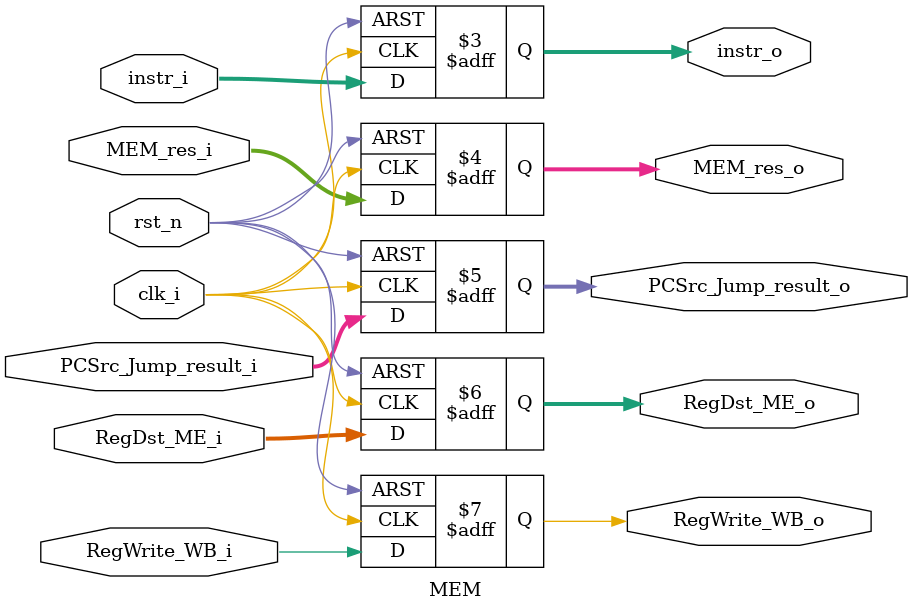
<source format=v>
module MEM( clk_i, rst_n, instr_i, instr_o , MEM_res_i , MEM_res_o , PCSrc_Jump_result_i , PCSrc_Jump_result_o , RegDst_ME_i , RegDst_ME_o ,
			RegWrite_WB_i , RegWrite_WB_o );
     
//I/O ports
input           clk_i;
input	        rst_n;
input  [32-1:0] instr_i;
input  [31:0] MEM_res_i;
input  [31:0] PCSrc_Jump_result_i ;
input  [1:0] RegDst_ME_i ;
input  RegWrite_WB_i ;

output [32-1:0] instr_o;
output [31:0] MEM_res_o;
output [31:0] PCSrc_Jump_result_o ;
output [1:0] RegDst_ME_o ;
output RegWrite_WB_o ;
 
//Internal Signals
reg    [32-1:0] instr_o;
reg		[31:0] MEM_res_o ;
reg		[31:0] PCSrc_Jump_result_o ;
reg 	[1:0] RegDst_ME_o ;
reg		RegWrite_WB_o ;


//Main function
always @(posedge clk_i or negedge rst_n) begin
    if(~rst_n)begin
	    instr_o <= 0;
		MEM_res_o <= 0;
		PCSrc_Jump_result_o <= 0 ;
		RegDst_ME_o <= 0;
		RegWrite_WB_o <= 0 ;
		end
	else
		begin
			instr_o <= instr_i;
			MEM_res_o <= MEM_res_i ;
			PCSrc_Jump_result_o <= PCSrc_Jump_result_i ; 
			RegDst_ME_o <= RegDst_ME_i ;
			RegWrite_WB_o <= RegWrite_WB_i ;
			
		end
end

endmodule
</source>
